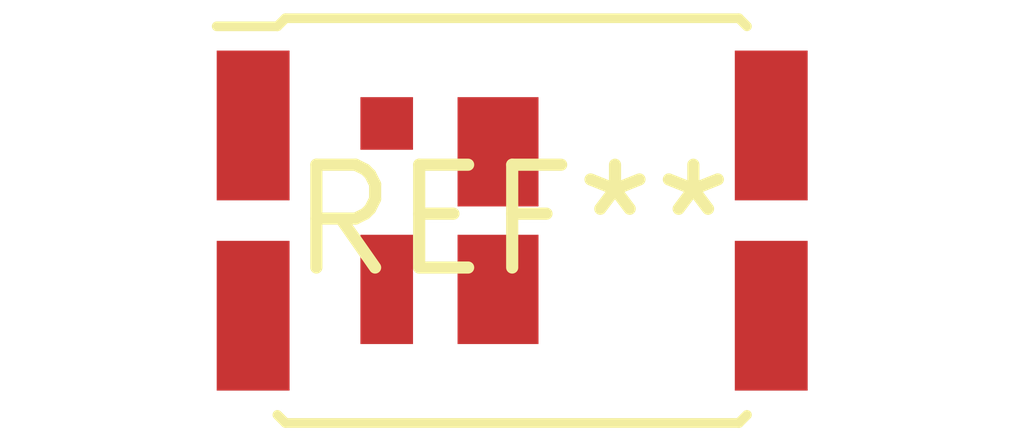
<source format=kicad_pcb>
(kicad_pcb (version 20240108) (generator pcbnew)
  (layers (0 "F.Cu" signal) (31 "B.Cu" signal) (34 "B.Paste" user) (35 "F.Paste" user) (36 "B.SilkS" user "B.Silkscreen") (37 "F.SilkS" user "F.Silkscreen") (38 "B.Mask" user) (39 "F.Mask" user) (44 "Edge.Cuts" user))
  (net 0 "")
  (footprint "DirectFET_MD" (layer "F.Cu") (at 0 0)
    (property "Reference" "REF**")
    (property "Value" "DirectFET_MD")
    (fp_line (start -3.65 -2.4) (end -2.9 -2.4) (layer "F.SilkS") (stroke (width 0.12)))
    (fp_line (start -2.9 -2.4) (end -2.8 -2.5) (layer "F.SilkS") (stroke (width 0.12)))
    (fp_line (start -2.8 -2.5) (end 2.8 -2.5) (layer "F.SilkS") (stroke (width 0.12)))
    (fp_line (start -2.8 2.5) (end -2.9 2.4) (layer "F.SilkS") (stroke (width 0.12)))
    (fp_line (start 2.8 -2.5) (end 2.9 -2.4) (layer "F.SilkS") (stroke (width 0.12)))
    (fp_line (start 2.8 2.5) (end -2.8 2.5) (layer "F.SilkS") (stroke (width 0.12)))
    (fp_line (start 2.9 2.4) (end 2.8 2.5) (layer "F.SilkS") (stroke (width 0.12)))
    (pad "1" smd rect (at -3.2 -1.175) (size 0.9 1.85) (layers "F.Cu" "F.Paste" "F.Mask"))
    (pad "1" smd rect (at -3.2 1.175) (size 0.9 1.85) (layers "F.Cu" "F.Paste" "F.Mask"))
    (pad "1" smd rect (at 3.2 -1.175) (size 0.9 1.85) (layers "F.Cu" "F.Paste" "F.Mask"))
    (pad "1" smd rect (at 3.2 1.175) (size 0.9 1.85) (layers "F.Cu" "F.Paste" "F.Mask"))
    (pad "2" smd rect (at -1.55 -1.2) (size 0.65 0.65) (layers "F.Cu" "F.Paste" "F.Mask"))
    (pad "3" smd rect (at -1.55 0.85) (size 0.65 1.35) (layers "F.Cu" "F.Paste" "F.Mask"))
    (pad "3" smd rect (at -0.175 -0.85) (size 1 1.35) (layers "F.Cu" "F.Paste" "F.Mask"))
    (pad "3" smd rect (at -0.175 0.85) (size 1 1.35) (layers "F.Cu" "F.Paste" "F.Mask"))
  )
)
</source>
